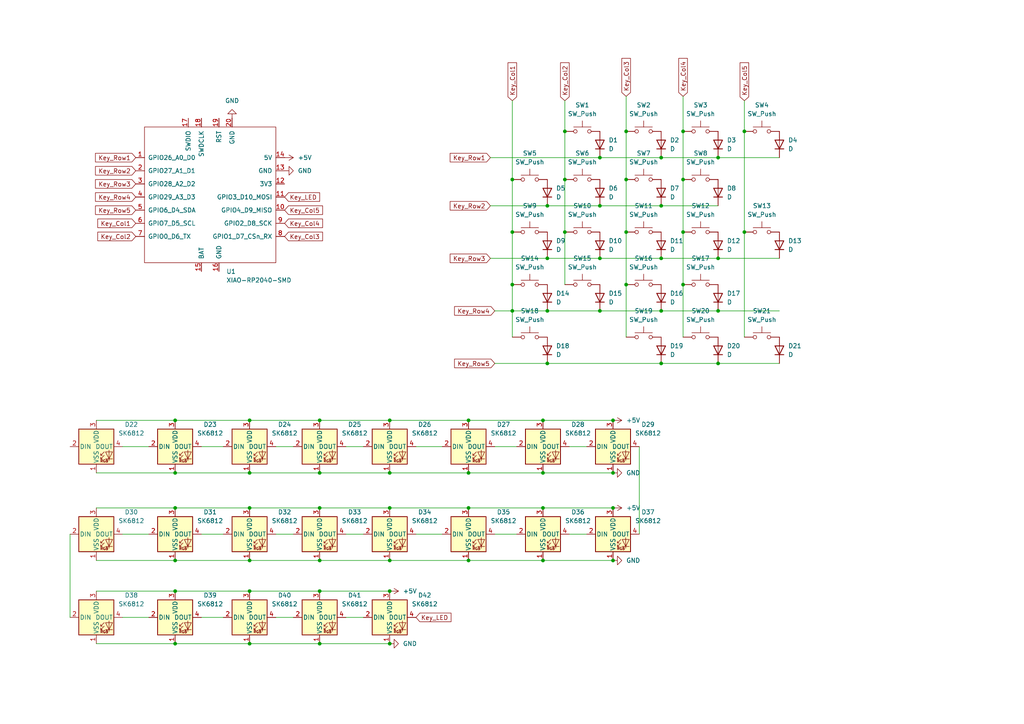
<source format=kicad_sch>
(kicad_sch (version 20250114) (generator "eeschema") (generator_version "9.0")
  (paper "A4")
  (lib_symbols
    (symbol "Device:D" (pin_numbers (hide yes)) (pin_names (offset 1.016) (hide yes))
      (property "Reference" "D" (at 0 2.54 0))
      (property "Value" "D" (at 0 -2.54 0))
      (symbol "D_0_1"
        (polyline (pts (xy -1.27 1.27) (xy -1.27 -1.27)) (stroke (width 0.254)))
        (polyline (pts (xy 1.27 1.27) (xy 1.27 -1.27) (xy -1.27 0) (xy 1.27 1.27)) (stroke (width 0.254)))
        (polyline (pts (xy 1.27 0) (xy -1.27 0)))
      )
      (symbol "D_1_1"
        (pin passive line (at -3.81 0 0) (length 2.54) (name "K") (number "1"))
        (pin passive line (at 3.81 0 180) (length 2.54) (name "A") (number "2"))
      )
    )
    (symbol "LED:SK6812" (pin_names (offset 0.254))
      (property "Reference" "D" (at 5.08 5.715 0))
      (property "Value" "SK6812" (at 1.27 -5.715 0))
      (symbol "SK6812_0_0"
        (text "RGB" (at 2.286 -4.191 0) (effects (font (size 0.762 0.762))))
      )
      (symbol "SK6812_0_1"
        (polyline (pts (xy 1.27 -2.54) (xy 1.778 -2.54)))
        (polyline (pts (xy 1.27 -3.556) (xy 1.778 -3.556)))
        (polyline (pts (xy 2.286 -1.524) (xy 1.27 -2.54) (xy 1.27 -2.032)))
        (polyline (pts (xy 2.286 -2.54) (xy 1.27 -3.556) (xy 1.27 -3.048)))
        (polyline (pts (xy 3.683 -1.016) (xy 3.683 -3.556) (xy 3.683 -4.064)))
        (polyline (pts (xy 4.699 -1.524) (xy 2.667 -1.524) (xy 3.683 -3.556) (xy 4.699 -1.524)))
        (polyline (pts (xy 4.699 -3.556) (xy 2.667 -3.556)))
        (rectangle (start 5.08 5.08) (end -5.08 -5.08) (stroke (width 0.254)) (fill (type background)))
      )
      (symbol "SK6812_1_1"
        (pin input line (at -7.62 0 0) (length 2.54) (name "DIN") (number "2"))
        (pin power_in line (at 0 7.62 270) (length 2.54) (name "VDD") (number "3"))
        (pin power_in line (at 0 -7.62 90) (length 2.54) (name "VSS") (number "1"))
        (pin output line (at 7.62 0 180) (length 2.54) (name "DOUT") (number "4"))
      )
    )
    (symbol "Seeed_Studio_XIAO_Series:XIAO-RP2040-SMD" (pin_names (offset 1.016))
      (property "Reference" "U" (at -18.542 23.114 0))
      (property "Value" "XIAO-RP2040-SMD" (at -8.382 21.336 0))
      (symbol "XIAO-RP2040-SMD_0_1"
        (rectangle (start 19.05 -19.05) (end -19.05 20.32))
      )
      (symbol "XIAO-RP2040-SMD_1_1"
        (pin passive line (at -21.59 11.43 0) (length 2.54) (name "GPIO26_A0_D0") (number "1"))
        (pin passive line (at -21.59 7.62 0) (length 2.54) (name "GPIO27_A1_D1") (number "2"))
        (pin passive line (at -21.59 3.81 0) (length 2.54) (name "GPIO28_A2_D2") (number "3"))
        (pin passive line (at -21.59 0 0) (length 2.54) (name "GPIO29_A3_D3") (number "4"))
        (pin passive line (at -21.59 -3.81 0) (length 2.54) (name "GPIO6_D4_SDA") (number "5"))
        (pin passive line (at -21.59 -7.62 0) (length 2.54) (name "GPIO7_D5_SCL") (number "6"))
        (pin passive line (at -21.59 -11.43 0) (length 2.54) (name "GPIO0_D6_TX") (number "7"))
        (pin passive line (at -6.35 22.86 270) (length 2.54) (name "SWDIO") (number "17"))
        (pin passive line (at -2.54 22.86 270) (length 2.54) (name "SWDCLK") (number "18"))
        (pin passive line (at -2.54 -21.59 90) (length 2.54) (name "BAT") (number "15"))
        (pin passive line (at 2.54 22.86 270) (length 2.54) (name "RST") (number "19"))
        (pin passive line (at 2.54 -21.59 90) (length 2.54) (name "GND") (number "16"))
        (pin passive line (at 6.35 22.86 270) (length 2.54) (name "GND") (number "20"))
        (pin passive line (at 21.59 11.43 180) (length 2.54) (name "5V") (number "14"))
        (pin passive line (at 21.59 7.62 180) (length 2.54) (name "GND") (number "13"))
        (pin passive line (at 21.59 3.81 180) (length 2.54) (name "3V3") (number "12"))
        (pin passive line (at 21.59 0 180) (length 2.54) (name "GPIO3_D10_MOSI") (number "11"))
        (pin passive line (at 21.59 -3.81 180) (length 2.54) (name "GPIO4_D9_MISO") (number "10"))
        (pin passive line (at 21.59 -7.62 180) (length 2.54) (name "GPIO2_D8_SCK") (number "9"))
        (pin passive line (at 21.59 -11.43 180) (length 2.54) (name "GPIO1_D7_CSn_RX") (number "8"))
      )
    )
    (symbol "Switch:SW_Push" (pin_numbers (hide yes)) (pin_names (offset 1.016) (hide yes))
      (property "Reference" "SW" (at 1.27 2.54 0))
      (property "Value" "SW_Push" (at 0 -1.524 0))
      (symbol "SW_Push_0_1"
        (circle (center -2.032 0) (radius 0.508))
        (polyline (pts (xy 0 1.27) (xy 0 3.048)))
        (circle (center 2.032 0) (radius 0.508))
        (polyline (pts (xy 2.54 1.27) (xy -2.54 1.27)))
        (pin passive line (at -5.08 0 0) (length 2.54) (name "1") (number "1"))
        (pin passive line (at 5.08 0 180) (length 2.54) (name "2") (number "2"))
      )
    )
    (symbol "power:+5V" (power) (pin_numbers (hide yes)) (pin_names (offset 0) (hide yes))
      (property "Value" "+5V" (at 0 3.556 0))
      (symbol "+5V_0_1"
        (polyline (pts (xy -0.762 1.27) (xy 0 2.54)))
        (polyline (pts (xy 0 2.54) (xy 0.762 1.27)))
        (polyline (pts (xy 0 0) (xy 0 2.54)))
      )
      (symbol "+5V_1_1"
        (pin power_in line (at 0 0 90) (length 0) (name "~") (number "1"))
      )
    )
    (symbol "power:GND" (power) (pin_numbers (hide yes)) (pin_names (offset 0) (hide yes))
      (property "Value" "GND" (at 0 -3.81 0))
      (symbol "GND_0_1"
        (polyline (pts (xy 0 0) (xy 0 -1.27) (xy 1.27 -1.27) (xy 0 -2.54) (xy -1.27 -1.27) (xy 0 -1.27)))
      )
      (symbol "GND_1_1"
        (pin power_in line (at 0 0 270) (length 0) (name "~") (number "1"))
      )
    )
  )
  (junction (at 215.9 67.31))
  (junction (at 148.59 90.17))
  (junction (at 50.8 171.45))
  (junction (at 177.8 162.56))
  (junction (at 50.8 137.16))
  (junction (at 173.99 59.69))
  (junction (at 148.59 52.07))
  (junction (at 135.89 121.92))
  (junction (at 113.03 186.69))
  (junction (at 113.03 121.92))
  (junction (at 113.03 162.56))
  (junction (at 135.89 137.16))
  (junction (at 177.8 137.16))
  (junction (at 163.83 38.1))
  (junction (at 158.75 59.69))
  (junction (at 158.75 74.93))
  (junction (at 177.8 147.32))
  (junction (at 92.71 121.92))
  (junction (at 191.77 105.41))
  (junction (at 163.83 67.31))
  (junction (at 198.12 67.31))
  (junction (at 157.48 162.56))
  (junction (at 113.03 137.16))
  (junction (at 92.71 147.32))
  (junction (at 177.8 121.92))
  (junction (at 72.39 137.16))
  (junction (at 173.99 45.72))
  (junction (at 92.71 171.45))
  (junction (at 157.48 121.92))
  (junction (at 191.77 59.69))
  (junction (at 208.28 45.72))
  (junction (at 198.12 52.07))
  (junction (at 181.61 52.07))
  (junction (at 158.75 90.17))
  (junction (at 113.03 147.32))
  (junction (at 72.39 171.45))
  (junction (at 50.8 186.69))
  (junction (at 135.89 162.56))
  (junction (at 173.99 90.17))
  (junction (at 215.9 38.1))
  (junction (at 50.8 121.92))
  (junction (at 135.89 147.32))
  (junction (at 181.61 38.1))
  (junction (at 148.59 67.31))
  (junction (at 148.59 82.55))
  (junction (at 92.71 162.56))
  (junction (at 208.28 105.41))
  (junction (at 198.12 38.1))
  (junction (at 92.71 186.69))
  (junction (at 158.75 105.41))
  (junction (at 72.39 121.92))
  (junction (at 92.71 137.16))
  (junction (at 198.12 82.55))
  (junction (at 113.03 171.45))
  (junction (at 181.61 82.55))
  (junction (at 191.77 90.17))
  (junction (at 157.48 137.16))
  (junction (at 191.77 74.93))
  (junction (at 208.28 90.17))
  (junction (at 72.39 186.69))
  (junction (at 163.83 52.07))
  (junction (at 50.8 162.56))
  (junction (at 72.39 147.32))
  (junction (at 208.28 74.93))
  (junction (at 173.99 74.93))
  (junction (at 191.77 45.72))
  (junction (at 72.39 162.56))
  (junction (at 50.8 147.32))
  (junction (at 157.48 147.32))
  (junction (at 181.61 67.31))
  (wire (pts (xy 191.77 59.69) (xy 208.28 59.69)))
  (wire (pts (xy 27.94 147.32) (xy 50.8 147.32)))
  (wire (pts (xy 113.03 137.16) (xy 135.89 137.16)))
  (wire (pts (xy 158.75 105.41) (xy 191.77 105.41)))
  (wire (pts (xy 80.01 179.07) (xy 85.09 179.07)))
  (wire (pts (xy 158.75 90.17) (xy 173.99 90.17)))
  (wire (pts (xy 198.12 82.55) (xy 198.12 97.79)))
  (wire (pts (xy 92.71 121.92) (xy 113.03 121.92)))
  (wire (pts (xy 92.71 186.69) (xy 113.03 186.69)))
  (wire (pts (xy 20.32 154.94) (xy 20.32 179.07)))
  (wire (pts (xy 198.12 52.07) (xy 198.12 67.31)))
  (wire (pts (xy 50.8 186.69) (xy 72.39 186.69)))
  (wire (pts (xy 135.89 162.56) (xy 157.48 162.56)))
  (wire (pts (xy 35.56 154.94) (xy 43.18 154.94)))
  (wire (pts (xy 185.42 129.54) (xy 185.42 154.94)))
  (wire (pts (xy 157.48 162.56) (xy 177.8 162.56)))
  (wire (pts (xy 208.28 45.72) (xy 226.06 45.72)))
  (wire (pts (xy 181.61 67.31) (xy 181.61 82.55)))
  (wire (pts (xy 100.33 154.94) (xy 105.41 154.94)))
  (wire (pts (xy 198.12 38.1) (xy 198.12 52.07)))
  (wire (pts (xy 135.89 121.92) (xy 157.48 121.92)))
  (wire (pts (xy 58.42 154.94) (xy 64.77 154.94)))
  (wire (pts (xy 80.01 129.54) (xy 85.09 129.54)))
  (wire (pts (xy 163.83 38.1) (xy 163.83 52.07)))
  (wire (pts (xy 27.94 171.45) (xy 50.8 171.45)))
  (wire (pts (xy 173.99 74.93) (xy 191.77 74.93)))
  (wire (pts (xy 142.24 59.69) (xy 158.75 59.69)))
  (wire (pts (xy 191.77 74.93) (xy 208.28 74.93)))
  (wire (pts (xy 27.94 137.16) (xy 50.8 137.16)))
  (wire (pts (xy 120.65 129.54) (xy 128.27 129.54)))
  (wire (pts (xy 72.39 162.56) (xy 92.71 162.56)))
  (wire (pts (xy 208.28 74.93) (xy 226.06 74.93)))
  (wire (pts (xy 157.48 121.92) (xy 177.8 121.92)))
  (wire (pts (xy 92.71 162.56) (xy 113.03 162.56)))
  (wire (pts (xy 80.01 154.94) (xy 85.09 154.94)))
  (wire (pts (xy 157.48 137.16) (xy 177.8 137.16)))
  (wire (pts (xy 191.77 45.72) (xy 208.28 45.72)))
  (wire (pts (xy 50.8 137.16) (xy 72.39 137.16)))
  (wire (pts (xy 148.59 90.17) (xy 148.59 97.79)))
  (wire (pts (xy 50.8 121.92) (xy 72.39 121.92)))
  (wire (pts (xy 92.71 171.45) (xy 113.03 171.45)))
  (wire (pts (xy 143.51 129.54) (xy 149.86 129.54)))
  (wire (pts (xy 50.8 162.56) (xy 72.39 162.56)))
  (wire (pts (xy 143.51 105.41) (xy 158.75 105.41)))
  (wire (pts (xy 158.75 90.17) (xy 148.59 90.17)))
  (wire (pts (xy 35.56 179.07) (xy 43.18 179.07)))
  (wire (pts (xy 35.56 129.54) (xy 43.18 129.54)))
  (wire (pts (xy 148.59 67.31) (xy 148.59 82.55)))
  (wire (pts (xy 113.03 147.32) (xy 135.89 147.32)))
  (wire (pts (xy 191.77 90.17) (xy 208.28 90.17)))
  (wire (pts (xy 198.12 27.94) (xy 198.12 38.1)))
  (wire (pts (xy 92.71 147.32) (xy 113.03 147.32)))
  (wire (pts (xy 72.39 171.45) (xy 92.71 171.45)))
  (wire (pts (xy 215.9 29.21) (xy 215.9 38.1)))
  (wire (pts (xy 72.39 147.32) (xy 92.71 147.32)))
  (wire (pts (xy 208.28 90.17) (xy 226.06 90.17)))
  (wire (pts (xy 208.28 105.41) (xy 226.06 105.41)))
  (wire (pts (xy 165.1 154.94) (xy 170.18 154.94)))
  (wire (pts (xy 181.61 52.07) (xy 181.61 67.31)))
  (wire (pts (xy 72.39 186.69) (xy 92.71 186.69)))
  (wire (pts (xy 181.61 82.55) (xy 181.61 97.79)))
  (wire (pts (xy 113.03 121.92) (xy 135.89 121.92)))
  (wire (pts (xy 165.1 129.54) (xy 170.18 129.54)))
  (wire (pts (xy 163.83 67.31) (xy 163.83 82.55)))
  (wire (pts (xy 173.99 90.17) (xy 191.77 90.17)))
  (wire (pts (xy 92.71 137.16) (xy 113.03 137.16)))
  (wire (pts (xy 157.48 147.32) (xy 177.8 147.32)))
  (wire (pts (xy 27.94 121.92) (xy 50.8 121.92)))
  (wire (pts (xy 173.99 45.72) (xy 191.77 45.72)))
  (wire (pts (xy 143.51 90.17) (xy 148.59 90.17)))
  (wire (pts (xy 58.42 179.07) (xy 64.77 179.07)))
  (wire (pts (xy 181.61 38.1) (xy 181.61 52.07)))
  (wire (pts (xy 198.12 67.31) (xy 198.12 82.55)))
  (wire (pts (xy 181.61 27.94) (xy 181.61 38.1)))
  (wire (pts (xy 120.65 154.94) (xy 128.27 154.94)))
  (wire (pts (xy 148.59 29.21) (xy 148.59 52.07)))
  (wire (pts (xy 58.42 129.54) (xy 64.77 129.54)))
  (wire (pts (xy 158.75 59.69) (xy 173.99 59.69)))
  (wire (pts (xy 163.83 29.21) (xy 163.83 38.1)))
  (wire (pts (xy 135.89 147.32) (xy 157.48 147.32)))
  (wire (pts (xy 148.59 90.17) (xy 148.59 82.55)))
  (wire (pts (xy 158.75 74.93) (xy 173.99 74.93)))
  (wire (pts (xy 72.39 137.16) (xy 92.71 137.16)))
  (wire (pts (xy 142.24 74.93) (xy 158.75 74.93)))
  (wire (pts (xy 100.33 129.54) (xy 105.41 129.54)))
  (wire (pts (xy 173.99 59.69) (xy 191.77 59.69)))
  (wire (pts (xy 143.51 154.94) (xy 149.86 154.94)))
  (wire (pts (xy 72.39 121.92) (xy 92.71 121.92)))
  (wire (pts (xy 27.94 162.56) (xy 50.8 162.56)))
  (wire (pts (xy 148.59 52.07) (xy 148.59 67.31)))
  (wire (pts (xy 27.94 186.69) (xy 50.8 186.69)))
  (wire (pts (xy 215.9 38.1) (xy 215.9 67.31)))
  (wire (pts (xy 50.8 147.32) (xy 72.39 147.32)))
  (wire (pts (xy 163.83 52.07) (xy 163.83 67.31)))
  (wire (pts (xy 191.77 105.41) (xy 208.28 105.41)))
  (wire (pts (xy 215.9 67.31) (xy 215.9 97.79)))
  (wire (pts (xy 135.89 137.16) (xy 157.48 137.16)))
  (wire (pts (xy 100.33 179.07) (xy 105.41 179.07)))
  (wire (pts (xy 142.24 45.72) (xy 173.99 45.72)))
  (wire (pts (xy 113.03 162.56) (xy 135.89 162.56)))
  (wire (pts (xy 50.8 171.45) (xy 72.39 171.45)))
  (global_label "Key_LED" (shape input) (at 120.65 179.07 0) (property "Intersheetrefs" "${INTERSHEET_REFS}" (effects (hide yes))))
  (global_label "Key_Col5" (shape input) (at 82.55 60.96 0) (property "Intersheetrefs" "${INTERSHEET_REFS}" (effects (hide yes))))
  (global_label "Key_Row2" (shape input) (at 39.37 49.53 180) (property "Intersheetrefs" "${INTERSHEET_REFS}" (effects (hide yes))))
  (global_label "Key_Col2" (shape input) (at 39.37 68.58 180) (property "Intersheetrefs" "${INTERSHEET_REFS}" (effects (hide yes))))
  (global_label "Key_Col2" (shape input) (at 163.83 29.21 90) (property "Intersheetrefs" "${INTERSHEET_REFS}" (effects (hide yes))))
  (global_label "Key_Col4" (shape input) (at 82.55 64.77 0) (property "Intersheetrefs" "${INTERSHEET_REFS}" (effects (hide yes))))
  (global_label "Key_Row3" (shape input) (at 39.37 53.34 180) (property "Intersheetrefs" "${INTERSHEET_REFS}" (effects (hide yes))))
  (global_label "Key_Col4" (shape input) (at 198.12 27.94 90) (property "Intersheetrefs" "${INTERSHEET_REFS}" (effects (hide yes))))
  (global_label "Key_Row1" (shape input) (at 39.37 45.72 180) (property "Intersheetrefs" "${INTERSHEET_REFS}" (effects (hide yes))))
  (global_label "Key_Col3" (shape input) (at 82.55 68.58 0) (property "Intersheetrefs" "${INTERSHEET_REFS}" (effects (hide yes))))
  (global_label "Key_Row1" (shape input) (at 142.24 45.72 180) (property "Intersheetrefs" "${INTERSHEET_REFS}" (effects (hide yes))))
  (global_label "Key_Col3" (shape input) (at 181.61 27.94 90) (property "Intersheetrefs" "${INTERSHEET_REFS}" (effects (hide yes))))
  (global_label "Key_LED" (shape input) (at 82.55 57.15 0) (property "Intersheetrefs" "${INTERSHEET_REFS}" (effects (hide yes))))
  (global_label "Key_Col1" (shape input) (at 39.37 64.77 180) (property "Intersheetrefs" "${INTERSHEET_REFS}" (effects (hide yes))))
  (global_label "Key_Row5" (shape input) (at 39.37 60.96 180) (property "Intersheetrefs" "${INTERSHEET_REFS}" (effects (hide yes))))
  (global_label "Key_Row5" (shape input) (at 143.51 105.41 180) (property "Intersheetrefs" "${INTERSHEET_REFS}" (effects (hide yes))))
  (global_label "Key_Row3" (shape input) (at 142.24 74.93 180) (property "Intersheetrefs" "${INTERSHEET_REFS}" (effects (hide yes))))
  (global_label "Key_Col1" (shape input) (at 148.59 29.21 90) (property "Intersheetrefs" "${INTERSHEET_REFS}" (effects (hide yes))))
  (global_label "Key_Row4" (shape input) (at 39.37 57.15 180) (property "Intersheetrefs" "${INTERSHEET_REFS}" (effects (hide yes))))
  (global_label "Key_Row4" (shape input) (at 143.51 90.17 180) (property "Intersheetrefs" "${INTERSHEET_REFS}" (effects (hide yes))))
  (global_label "Key_Row2" (shape input) (at 142.24 59.69 180) (property "Intersheetrefs" "${INTERSHEET_REFS}" (effects (hide yes))))
  (global_label "Key_Col5" (shape input) (at 215.9 29.21 90) (property "Intersheetrefs" "${INTERSHEET_REFS}" (effects (hide yes))))
  (symbol (lib_id "Switch:SW_Push") (at 220.98 67.31 0) (unit 1)
    (property "Reference" "SW13" (at 220.98 59.69 0))
    (property "Value" "SW_Push" (at 220.98 62.23 0))
    (property "Footprint" "key-switches.pretty-main:SW_Gateron_LowProfile_HotSwap_PTH" (effects (hide yes)))
    (property "Description" "Push button switch, generic, two pins" (effects (hide yes)))
  )
  (symbol (lib_id "LED:SK6812") (at 92.71 129.54 0) (unit 1)
    (property "Reference" "D25" (at 102.87 123.1198 0))
    (property "Value" "SK6812" (at 102.87 125.6598 0))
    (property "Footprint" "LED_SMD:LED_SK6812_PLCC4_5.0x5.0mm_P3.2mm" (effects (hide yes)))
    (property "Datasheet" "https://cdn-shop.adafruit.com/product-files/1138/SK6812+LED+datasheet+.pdf" (effects (hide yes)))
    (property "Description" "RGB LED with integrated controller" (effects (hide yes)))
  )
  (symbol (lib_id "Switch:SW_Push") (at 153.67 67.31 0) (unit 1)
    (property "Reference" "SW9" (at 153.67 59.69 0))
    (property "Value" "SW_Push" (at 153.67 62.23 0))
    (property "Footprint" "key-switches.pretty-main:SW_Gateron_LowProfile_HotSwap_PTH" (effects (hide yes)))
    (property "Description" "Push button switch, generic, two pins" (effects (hide yes)))
  )
  (symbol (lib_id "power:GND") (at 177.8 137.16 90) (unit 1)
    (property "Reference" "#PWR05" (effects (hide yes)))
    (property "Value" "GND" (at 181.61 137.1599 90) (effects (justify right)))
    (property "Description" "Power symbol creates a global label with name \"GND\" , ground" (effects (hide yes)))
  )
  (symbol (lib_id "Device:D") (at 158.75 71.12 90) (unit 1)
    (property "Reference" "D9" (at 161.29 69.8499 90) (effects (justify right)))
    (property "Value" "D" (at 161.29 72.3899 90) (effects (justify right)))
    (property "Footprint" "Diode_SMD:D_SOD-123" (effects (hide yes)))
    (property "Description" "Diode" (effects (hide yes)))
    (property "Sim.Device" "D" (effects (hide yes)))
    (property "Sim.Pins" "1=K 2=A" (effects (hide yes)))
  )
  (symbol (lib_id "Switch:SW_Push") (at 186.69 67.31 0) (unit 1)
    (property "Reference" "SW11" (at 186.69 59.69 0))
    (property "Value" "SW_Push" (at 186.69 62.23 0))
    (property "Footprint" "key-switches.pretty-main:SW_Gateron_LowProfile_HotSwap_PTH" (effects (hide yes)))
    (property "Description" "Push button switch, generic, two pins" (effects (hide yes)))
  )
  (symbol (lib_id "Switch:SW_Push") (at 168.91 52.07 0) (unit 1)
    (property "Reference" "SW6" (at 168.91 44.45 0))
    (property "Value" "SW_Push" (at 168.91 46.99 0))
    (property "Footprint" "key-switches.pretty-main:SW_Gateron_LowProfile_HotSwap_PTH" (effects (hide yes)))
    (property "Description" "Push button switch, generic, two pins" (effects (hide yes)))
  )
  (symbol (lib_id "LED:SK6812") (at 135.89 154.94 0) (unit 1)
    (property "Reference" "D35" (at 146.05 148.5198 0))
    (property "Value" "SK6812" (at 146.05 151.0598 0))
    (property "Footprint" "LED_SMD:LED_SK6812_PLCC4_5.0x5.0mm_P3.2mm" (effects (hide yes)))
    (property "Datasheet" "https://cdn-shop.adafruit.com/product-files/1138/SK6812+LED+datasheet+.pdf" (effects (hide yes)))
    (property "Description" "RGB LED with integrated controller" (effects (hide yes)))
  )
  (symbol (lib_id "Device:D") (at 191.77 101.6 90) (unit 1)
    (property "Reference" "D19" (at 194.31 100.3299 90) (effects (justify right)))
    (property "Value" "D" (at 194.31 102.8699 90) (effects (justify right)))
    (property "Footprint" "Diode_SMD:D_SOD-123" (effects (hide yes)))
    (property "Description" "Diode" (effects (hide yes)))
    (property "Sim.Device" "D" (effects (hide yes)))
    (property "Sim.Pins" "1=K 2=A" (effects (hide yes)))
  )
  (symbol (lib_id "LED:SK6812") (at 113.03 129.54 0) (unit 1)
    (property "Reference" "D26" (at 123.19 123.1198 0))
    (property "Value" "SK6812" (at 123.19 125.6598 0))
    (property "Footprint" "LED_SMD:LED_SK6812_PLCC4_5.0x5.0mm_P3.2mm" (effects (hide yes)))
    (property "Datasheet" "https://cdn-shop.adafruit.com/product-files/1138/SK6812+LED+datasheet+.pdf" (effects (hide yes)))
    (property "Description" "RGB LED with integrated controller" (effects (hide yes)))
  )
  (symbol (lib_id "Device:D") (at 158.75 55.88 90) (unit 1)
    (property "Reference" "D5" (at 161.29 54.6099 90) (effects (justify right)))
    (property "Value" "D" (at 161.29 57.1499 90) (effects (justify right)))
    (property "Footprint" "Diode_SMD:D_SOD-123" (effects (hide yes)))
    (property "Description" "Diode" (effects (hide yes)))
    (property "Sim.Device" "D" (effects (hide yes)))
    (property "Sim.Pins" "1=K 2=A" (effects (hide yes)))
  )
  (symbol (lib_id "Device:D") (at 173.99 86.36 90) (unit 1)
    (property "Reference" "D15" (at 176.53 85.0899 90) (effects (justify right)))
    (property "Value" "D" (at 176.53 87.6299 90) (effects (justify right)))
    (property "Footprint" "Diode_SMD:D_SOD-123" (effects (hide yes)))
    (property "Description" "Diode" (effects (hide yes)))
    (property "Sim.Device" "D" (effects (hide yes)))
    (property "Sim.Pins" "1=K 2=A" (effects (hide yes)))
  )
  (symbol (lib_id "Device:D") (at 226.06 71.12 90) (unit 1)
    (property "Reference" "D13" (at 228.6 69.8499 90) (effects (justify right)))
    (property "Value" "D" (at 228.6 72.3899 90) (effects (justify right)))
    (property "Footprint" "Diode_SMD:D_SOD-123" (effects (hide yes)))
    (property "Description" "Diode" (effects (hide yes)))
    (property "Sim.Device" "D" (effects (hide yes)))
    (property "Sim.Pins" "1=K 2=A" (effects (hide yes)))
  )
  (symbol (lib_id "LED:SK6812") (at 50.8 129.54 0) (unit 1)
    (property "Reference" "D23" (at 60.96 123.1198 0))
    (property "Value" "SK6812" (at 60.96 125.6598 0))
    (property "Footprint" "LED_SMD:LED_SK6812_PLCC4_5.0x5.0mm_P3.2mm" (effects (hide yes)))
    (property "Datasheet" "https://cdn-shop.adafruit.com/product-files/1138/SK6812+LED+datasheet+.pdf" (effects (hide yes)))
    (property "Description" "RGB LED with integrated controller" (effects (hide yes)))
  )
  (symbol (lib_id "Switch:SW_Push") (at 153.67 52.07 0) (unit 1)
    (property "Reference" "SW5" (at 153.67 44.45 0))
    (property "Value" "SW_Push" (at 153.67 46.99 0))
    (property "Footprint" "key-switches.pretty-main:SW_Gateron_LowProfile_HotSwap_PTH" (effects (hide yes)))
    (property "Description" "Push button switch, generic, two pins" (effects (hide yes)))
  )
  (symbol (lib_id "LED:SK6812") (at 72.39 154.94 0) (unit 1)
    (property "Reference" "D32" (at 82.55 148.5198 0))
    (property "Value" "SK6812" (at 82.55 151.0598 0))
    (property "Footprint" "LED_SMD:LED_SK6812_PLCC4_5.0x5.0mm_P3.2mm" (effects (hide yes)))
    (property "Datasheet" "https://cdn-shop.adafruit.com/product-files/1138/SK6812+LED+datasheet+.pdf" (effects (hide yes)))
    (property "Description" "RGB LED with integrated controller" (effects (hide yes)))
  )
  (symbol (lib_id "Device:D") (at 173.99 41.91 90) (unit 1)
    (property "Reference" "D1" (at 176.53 40.6399 90) (effects (justify right)))
    (property "Value" "D" (at 176.53 43.1799 90) (effects (justify right)))
    (property "Footprint" "Diode_SMD:D_SOD-123" (effects (hide yes)))
    (property "Description" "Diode" (effects (hide yes)))
    (property "Sim.Device" "D" (effects (hide yes)))
    (property "Sim.Pins" "1=K 2=A" (effects (hide yes)))
  )
  (symbol (lib_id "Device:D") (at 208.28 55.88 90) (unit 1)
    (property "Reference" "D8" (at 210.82 54.6099 90) (effects (justify right)))
    (property "Value" "D" (at 210.82 57.1499 90) (effects (justify right)))
    (property "Footprint" "Diode_SMD:D_SOD-123" (effects (hide yes)))
    (property "Description" "Diode" (effects (hide yes)))
    (property "Sim.Device" "D" (effects (hide yes)))
    (property "Sim.Pins" "1=K 2=A" (effects (hide yes)))
  )
  (symbol (lib_id "Switch:SW_Push") (at 203.2 82.55 0) (unit 1)
    (property "Reference" "SW17" (at 203.2 74.93 0))
    (property "Value" "SW_Push" (at 203.2 77.47 0))
    (property "Footprint" "key-switches.pretty-main:SW_Gateron_LowProfile_HotSwap_PTH" (effects (hide yes)))
    (property "Description" "Push button switch, generic, two pins" (effects (hide yes)))
  )
  (symbol (lib_id "LED:SK6812") (at 72.39 179.07 0) (unit 1)
    (property "Reference" "D40" (at 82.55 172.6498 0))
    (property "Value" "SK6812" (at 82.55 175.1898 0))
    (property "Footprint" "LED_SMD:LED_SK6812_PLCC4_5.0x5.0mm_P3.2mm" (effects (hide yes)))
    (property "Datasheet" "https://cdn-shop.adafruit.com/product-files/1138/SK6812+LED+datasheet+.pdf" (effects (hide yes)))
    (property "Description" "RGB LED with integrated controller" (effects (hide yes)))
  )
  (symbol (lib_id "Device:D") (at 226.06 41.91 90) (unit 1)
    (property "Reference" "D4" (at 228.6 40.6399 90) (effects (justify right)))
    (property "Value" "D" (at 228.6 43.1799 90) (effects (justify right)))
    (property "Footprint" "Diode_SMD:D_SOD-123" (effects (hide yes)))
    (property "Description" "Diode" (effects (hide yes)))
    (property "Sim.Device" "D" (effects (hide yes)))
    (property "Sim.Pins" "1=K 2=A" (effects (hide yes)))
  )
  (symbol (lib_id "LED:SK6812") (at 135.89 129.54 0) (unit 1)
    (property "Reference" "D27" (at 146.05 123.1198 0))
    (property "Value" "SK6812" (at 146.05 125.6598 0))
    (property "Footprint" "LED_SMD:LED_SK6812_PLCC4_5.0x5.0mm_P3.2mm" (effects (hide yes)))
    (property "Datasheet" "https://cdn-shop.adafruit.com/product-files/1138/SK6812+LED+datasheet+.pdf" (effects (hide yes)))
    (property "Description" "RGB LED with integrated controller" (effects (hide yes)))
  )
  (symbol (lib_id "Device:D") (at 208.28 41.91 90) (unit 1)
    (property "Reference" "D3" (at 210.82 40.6399 90) (effects (justify right)))
    (property "Value" "D" (at 210.82 43.1799 90) (effects (justify right)))
    (property "Footprint" "Diode_SMD:D_SOD-123" (effects (hide yes)))
    (property "Description" "Diode" (effects (hide yes)))
    (property "Sim.Device" "D" (effects (hide yes)))
    (property "Sim.Pins" "1=K 2=A" (effects (hide yes)))
  )
  (symbol (lib_id "power:+5V") (at 177.8 121.92 270) (unit 1)
    (property "Reference" "#PWR04" (effects (hide yes)))
    (property "Value" "+5V" (at 181.61 121.9199 90) (effects (justify left)))
    (property "Description" "Power symbol creates a global label with name \"+5V\"" (effects (hide yes)))
  )
  (symbol (lib_id "LED:SK6812") (at 157.48 129.54 0) (unit 1)
    (property "Reference" "D28" (at 167.64 123.1198 0))
    (property "Value" "SK6812" (at 167.64 125.6598 0))
    (property "Footprint" "LED_SMD:LED_SK6812_PLCC4_5.0x5.0mm_P3.2mm" (effects (hide yes)))
    (property "Datasheet" "https://cdn-shop.adafruit.com/product-files/1138/SK6812+LED+datasheet+.pdf" (effects (hide yes)))
    (property "Description" "RGB LED with integrated controller" (effects (hide yes)))
  )
  (symbol (lib_id "Switch:SW_Push") (at 220.98 97.79 0) (unit 1)
    (property "Reference" "SW21" (at 220.98 90.17 0))
    (property "Value" "SW_Push" (at 220.98 92.71 0))
    (property "Footprint" "key-switches.pretty-main:SW_Gateron_LowProfile_HotSwap_PTH" (effects (hide yes)))
    (property "Description" "Push button switch, generic, two pins" (effects (hide yes)))
  )
  (symbol (lib_id "LED:SK6812") (at 113.03 179.07 0) (unit 1)
    (property "Reference" "D42" (at 123.19 172.6498 0))
    (property "Value" "SK6812" (at 123.19 175.1898 0))
    (property "Footprint" "LED_SMD:LED_SK6812_PLCC4_5.0x5.0mm_P3.2mm" (effects (hide yes)))
    (property "Datasheet" "https://cdn-shop.adafruit.com/product-files/1138/SK6812+LED+datasheet+.pdf" (effects (hide yes)))
    (property "Description" "RGB LED with integrated controller" (effects (hide yes)))
  )
  (symbol (lib_id "power:GND") (at 67.31 34.29 180) (unit 1)
    (property "Reference" "#PWR01" (effects (hide yes)))
    (property "Value" "GND" (at 67.31 29.21 0))
    (property "Description" "Power symbol creates a global label with name \"GND\" , ground" (effects (hide yes)))
  )
  (symbol (lib_id "Switch:SW_Push") (at 186.69 38.1 0) (unit 1)
    (property "Reference" "SW2" (at 186.69 30.48 0))
    (property "Value" "SW_Push" (at 186.69 33.02 0))
    (property "Footprint" "key-switches.pretty-main:SW_Gateron_LowProfile_HotSwap_PTH" (effects (hide yes)))
    (property "Description" "Push button switch, generic, two pins" (effects (hide yes)))
  )
  (symbol (lib_id "Switch:SW_Push") (at 186.69 52.07 0) (unit 1)
    (property "Reference" "SW7" (at 186.69 44.45 0))
    (property "Value" "SW_Push" (at 186.69 46.99 0))
    (property "Footprint" "key-switches.pretty-main:SW_Gateron_LowProfile_HotSwap_PTH" (effects (hide yes)))
    (property "Description" "Push button switch, generic, two pins" (effects (hide yes)))
  )
  (symbol (lib_id "Switch:SW_Push") (at 153.67 97.79 0) (unit 1)
    (property "Reference" "SW18" (at 153.67 90.17 0))
    (property "Value" "SW_Push" (at 153.67 92.71 0))
    (property "Footprint" "key-switches.pretty-main:SW_Gateron_LowProfile_HotSwap_PTH" (effects (hide yes)))
    (property "Description" "Push button switch, generic, two pins" (effects (hide yes)))
  )
  (symbol (lib_id "Device:D") (at 208.28 86.36 90) (unit 1)
    (property "Reference" "D17" (at 210.82 85.0899 90) (effects (justify right)))
    (property "Value" "D" (at 210.82 87.6299 90) (effects (justify right)))
    (property "Footprint" "Diode_SMD:D_SOD-123" (effects (hide yes)))
    (property "Description" "Diode" (effects (hide yes)))
    (property "Sim.Device" "D" (effects (hide yes)))
    (property "Sim.Pins" "1=K 2=A" (effects (hide yes)))
  )
  (symbol (lib_id "power:GND") (at 82.55 49.53 90) (unit 1)
    (property "Reference" "#PWR03" (effects (hide yes)))
    (property "Value" "GND" (at 86.36 49.5299 90) (effects (justify right)))
    (property "Description" "Power symbol creates a global label with name \"GND\" , ground" (effects (hide yes)))
  )
  (symbol (lib_id "LED:SK6812") (at 72.39 129.54 0) (unit 1)
    (property "Reference" "D24" (at 82.55 123.1198 0))
    (property "Value" "SK6812" (at 82.55 125.6598 0))
    (property "Footprint" "LED_SMD:LED_SK6812_PLCC4_5.0x5.0mm_P3.2mm" (effects (hide yes)))
    (property "Datasheet" "https://cdn-shop.adafruit.com/product-files/1138/SK6812+LED+datasheet+.pdf" (effects (hide yes)))
    (property "Description" "RGB LED with integrated controller" (effects (hide yes)))
  )
  (symbol (lib_id "Device:D") (at 191.77 71.12 90) (unit 1)
    (property "Reference" "D11" (at 194.31 69.8499 90) (effects (justify right)))
    (property "Value" "D" (at 194.31 72.3899 90) (effects (justify right)))
    (property "Footprint" "Diode_SMD:D_SOD-123" (effects (hide yes)))
    (property "Description" "Diode" (effects (hide yes)))
    (property "Sim.Device" "D" (effects (hide yes)))
    (property "Sim.Pins" "1=K 2=A" (effects (hide yes)))
  )
  (symbol (lib_id "LED:SK6812") (at 113.03 154.94 0) (unit 1)
    (property "Reference" "D34" (at 123.19 148.5198 0))
    (property "Value" "SK6812" (at 123.19 151.0598 0))
    (property "Footprint" "LED_SMD:LED_SK6812_PLCC4_5.0x5.0mm_P3.2mm" (effects (hide yes)))
    (property "Datasheet" "https://cdn-shop.adafruit.com/product-files/1138/SK6812+LED+datasheet+.pdf" (effects (hide yes)))
    (property "Description" "RGB LED with integrated controller" (effects (hide yes)))
  )
  (symbol (lib_id "LED:SK6812") (at 50.8 154.94 0) (unit 1)
    (property "Reference" "D31" (at 60.96 148.5198 0))
    (property "Value" "SK6812" (at 60.96 151.0598 0))
    (property "Footprint" "LED_SMD:LED_SK6812_PLCC4_5.0x5.0mm_P3.2mm" (effects (hide yes)))
    (property "Datasheet" "https://cdn-shop.adafruit.com/product-files/1138/SK6812+LED+datasheet+.pdf" (effects (hide yes)))
    (property "Description" "RGB LED with integrated controller" (effects (hide yes)))
  )
  (symbol (lib_id "Switch:SW_Push") (at 203.2 97.79 0) (unit 1)
    (property "Reference" "SW20" (at 203.2 90.17 0))
    (property "Value" "SW_Push" (at 203.2 92.71 0))
    (property "Footprint" "key-switches.pretty-main:SW_Gateron_LowProfile_HotSwap_PTH" (effects (hide yes)))
    (property "Description" "Push button switch, generic, two pins" (effects (hide yes)))
  )
  (symbol (lib_id "power:+5V") (at 82.55 45.72 270) (unit 1)
    (property "Reference" "#PWR02" (effects (hide yes)))
    (property "Value" "+5V" (at 86.36 45.7199 90) (effects (justify left)))
    (property "Description" "Power symbol creates a global label with name \"+5V\"" (effects (hide yes)))
  )
  (symbol (lib_id "power:+5V") (at 177.8 147.32 270) (unit 1)
    (property "Reference" "#PWR06" (effects (hide yes)))
    (property "Value" "+5V" (at 181.61 147.3199 90) (effects (justify left)))
    (property "Description" "Power symbol creates a global label with name \"+5V\"" (effects (hide yes)))
  )
  (symbol (lib_id "Device:D") (at 158.75 86.36 90) (unit 1)
    (property "Reference" "D14" (at 161.29 85.0899 90) (effects (justify right)))
    (property "Value" "D" (at 161.29 87.6299 90) (effects (justify right)))
    (property "Footprint" "Diode_SMD:D_SOD-123" (effects (hide yes)))
    (property "Description" "Diode" (effects (hide yes)))
    (property "Sim.Device" "D" (effects (hide yes)))
    (property "Sim.Pins" "1=K 2=A" (effects (hide yes)))
  )
  (symbol (lib_id "Device:D") (at 191.77 86.36 90) (unit 1)
    (property "Reference" "D16" (at 194.31 85.0899 90) (effects (justify right)))
    (property "Value" "D" (at 194.31 87.6299 90) (effects (justify right)))
    (property "Footprint" "Diode_SMD:D_SOD-123" (effects (hide yes)))
    (property "Description" "Diode" (effects (hide yes)))
    (property "Sim.Device" "D" (effects (hide yes)))
    (property "Sim.Pins" "1=K 2=A" (effects (hide yes)))
  )
  (symbol (lib_id "Switch:SW_Push") (at 220.98 38.1 0) (unit 1)
    (property "Reference" "SW4" (at 220.98 30.48 0))
    (property "Value" "SW_Push" (at 220.98 33.02 0))
    (property "Footprint" "key-switches.pretty-main:SW_Gateron_LowProfile_HotSwap_PTH" (effects (hide yes)))
    (property "Description" "Push button switch, generic, two pins" (effects (hide yes)))
  )
  (symbol (lib_id "LED:SK6812") (at 157.48 154.94 0) (unit 1)
    (property "Reference" "D36" (at 167.64 148.5198 0))
    (property "Value" "SK6812" (at 167.64 151.0598 0))
    (property "Footprint" "LED_SMD:LED_SK6812_PLCC4_5.0x5.0mm_P3.2mm" (effects (hide yes)))
    (property "Datasheet" "https://cdn-shop.adafruit.com/product-files/1138/SK6812+LED+datasheet+.pdf" (effects (hide yes)))
    (property "Description" "RGB LED with integrated controller" (effects (hide yes)))
  )
  (symbol (lib_id "LED:SK6812") (at 92.71 154.94 0) (unit 1)
    (property "Reference" "D33" (at 102.87 148.5198 0))
    (property "Value" "SK6812" (at 102.87 151.0598 0))
    (property "Footprint" "LED_SMD:LED_SK6812_PLCC4_5.0x5.0mm_P3.2mm" (effects (hide yes)))
    (property "Datasheet" "https://cdn-shop.adafruit.com/product-files/1138/SK6812+LED+datasheet+.pdf" (effects (hide yes)))
    (property "Description" "RGB LED with integrated controller" (effects (hide yes)))
  )
  (symbol (lib_id "Switch:SW_Push") (at 168.91 38.1 0) (unit 1)
    (property "Reference" "SW1" (at 168.91 30.48 0))
    (property "Value" "SW_Push" (at 168.91 33.02 0))
    (property "Footprint" "key-switches.pretty-main:SW_Gateron_LowProfile_HotSwap_PTH" (effects (hide yes)))
    (property "Description" "Push button switch, generic, two pins" (effects (hide yes)))
  )
  (symbol (lib_id "Device:D") (at 158.75 101.6 90) (unit 1)
    (property "Reference" "D18" (at 161.29 100.3299 90) (effects (justify right)))
    (property "Value" "D" (at 161.29 102.8699 90) (effects (justify right)))
    (property "Footprint" "Diode_SMD:D_SOD-123" (effects (hide yes)))
    (property "Description" "Diode" (effects (hide yes)))
    (property "Sim.Device" "D" (effects (hide yes)))
    (property "Sim.Pins" "1=K 2=A" (effects (hide yes)))
  )
  (symbol (lib_id "Switch:SW_Push") (at 186.69 82.55 0) (unit 1)
    (property "Reference" "SW16" (at 186.69 74.93 0))
    (property "Value" "SW_Push" (at 186.69 77.47 0))
    (property "Footprint" "key-switches.pretty-main:SW_Gateron_LowProfile_HotSwap_PTH" (effects (hide yes)))
    (property "Description" "Push button switch, generic, two pins" (effects (hide yes)))
  )
  (symbol (lib_id "Switch:SW_Push") (at 153.67 82.55 0) (unit 1)
    (property "Reference" "SW14" (at 153.67 74.93 0))
    (property "Value" "SW_Push" (at 153.67 77.47 0))
    (property "Footprint" "key-switches.pretty-main:SW_Gateron_LowProfile_HotSwap_PTH" (effects (hide yes)))
    (property "Description" "Push button switch, generic, two pins" (effects (hide yes)))
  )
  (symbol (lib_id "Device:D") (at 191.77 41.91 90) (unit 1)
    (property "Reference" "D2" (at 194.31 40.6399 90) (effects (justify right)))
    (property "Value" "D" (at 194.31 43.1799 90) (effects (justify right)))
    (property "Footprint" "Diode_SMD:D_SOD-123" (effects (hide yes)))
    (property "Description" "Diode" (effects (hide yes)))
    (property "Sim.Device" "D" (effects (hide yes)))
    (property "Sim.Pins" "1=K 2=A" (effects (hide yes)))
  )
  (symbol (lib_id "Switch:SW_Push") (at 168.91 67.31 0) (unit 1)
    (property "Reference" "SW10" (at 168.91 59.69 0))
    (property "Value" "SW_Push" (at 168.91 62.23 0))
    (property "Footprint" "key-switches.pretty-main:SW_Gateron_LowProfile_HotSwap_PTH" (effects (hide yes)))
    (property "Description" "Push button switch, generic, two pins" (effects (hide yes)))
  )
  (symbol (lib_id "LED:SK6812") (at 27.94 129.54 0) (unit 1)
    (property "Reference" "D22" (at 38.1 123.1198 0))
    (property "Value" "SK6812" (at 38.1 125.6598 0))
    (property "Footprint" "LED_SMD:LED_SK6812_PLCC4_5.0x5.0mm_P3.2mm" (effects (hide yes)))
    (property "Datasheet" "https://cdn-shop.adafruit.com/product-files/1138/SK6812+LED+datasheet+.pdf" (effects (hide yes)))
    (property "Description" "RGB LED with integrated controller" (effects (hide yes)))
  )
  (symbol (lib_id "LED:SK6812") (at 92.71 179.07 0) (unit 1)
    (property "Reference" "D41" (at 102.87 172.6498 0))
    (property "Value" "SK6812" (at 102.87 175.1898 0))
    (property "Footprint" "LED_SMD:LED_SK6812_PLCC4_5.0x5.0mm_P3.2mm" (effects (hide yes)))
    (property "Datasheet" "https://cdn-shop.adafruit.com/product-files/1138/SK6812+LED+datasheet+.pdf" (effects (hide yes)))
    (property "Description" "RGB LED with integrated controller" (effects (hide yes)))
  )
  (symbol (lib_id "Switch:SW_Push") (at 186.69 97.79 0) (unit 1)
    (property "Reference" "SW19" (at 186.69 90.17 0))
    (property "Value" "SW_Push" (at 186.69 92.71 0))
    (property "Footprint" "key-switches.pretty-main:SW_Gateron_LowProfile_HotSwap_PTH" (effects (hide yes)))
    (property "Description" "Push button switch, generic, two pins" (effects (hide yes)))
  )
  (symbol (lib_id "power:GND") (at 113.03 186.69 90) (unit 1)
    (property "Reference" "#PWR09" (effects (hide yes)))
    (property "Value" "GND" (at 116.84 186.6899 90) (effects (justify right)))
    (property "Description" "Power symbol creates a global label with name \"GND\" , ground" (effects (hide yes)))
  )
  (symbol (lib_id "Device:D") (at 208.28 71.12 90) (unit 1)
    (property "Reference" "D12" (at 210.82 69.8499 90) (effects (justify right)))
    (property "Value" "D" (at 210.82 72.3899 90) (effects (justify right)))
    (property "Footprint" "Diode_SMD:D_SOD-123" (effects (hide yes)))
    (property "Description" "Diode" (effects (hide yes)))
    (property "Sim.Device" "D" (effects (hide yes)))
    (property "Sim.Pins" "1=K 2=A" (effects (hide yes)))
  )
  (symbol (lib_id "LED:SK6812") (at 27.94 179.07 0) (unit 1)
    (property "Reference" "D38" (at 38.1 172.6498 0))
    (property "Value" "SK6812" (at 38.1 175.1898 0))
    (property "Footprint" "LED_SMD:LED_SK6812_PLCC4_5.0x5.0mm_P3.2mm" (effects (hide yes)))
    (property "Datasheet" "https://cdn-shop.adafruit.com/product-files/1138/SK6812+LED+datasheet+.pdf" (effects (hide yes)))
    (property "Description" "RGB LED with integrated controller" (effects (hide yes)))
  )
  (symbol (lib_id "Device:D") (at 226.06 101.6 90) (unit 1)
    (property "Reference" "D21" (at 228.6 100.3299 90) (effects (justify right)))
    (property "Value" "D" (at 228.6 102.8699 90) (effects (justify right)))
    (property "Footprint" "Diode_SMD:D_SOD-123" (effects (hide yes)))
    (property "Description" "Diode" (effects (hide yes)))
    (property "Sim.Device" "D" (effects (hide yes)))
    (property "Sim.Pins" "1=K 2=A" (effects (hide yes)))
  )
  (symbol (lib_id "LED:SK6812") (at 177.8 154.94 0) (unit 1)
    (property "Reference" "D37" (at 187.96 148.5198 0))
    (property "Value" "SK6812" (at 187.96 151.0598 0))
    (property "Footprint" "LED_SMD:LED_SK6812_PLCC4_5.0x5.0mm_P3.2mm" (effects (hide yes)))
    (property "Datasheet" "https://cdn-shop.adafruit.com/product-files/1138/SK6812+LED+datasheet+.pdf" (effects (hide yes)))
    (property "Description" "RGB LED with integrated controller" (effects (hide yes)))
  )
  (symbol (lib_id "LED:SK6812") (at 27.94 154.94 0) (unit 1)
    (property "Reference" "D30" (at 38.1 148.5198 0))
    (property "Value" "SK6812" (at 38.1 151.0598 0))
    (property "Footprint" "LED_SMD:LED_SK6812_PLCC4_5.0x5.0mm_P3.2mm" (effects (hide yes)))
    (property "Datasheet" "https://cdn-shop.adafruit.com/product-files/1138/SK6812+LED+datasheet+.pdf" (effects (hide yes)))
    (property "Description" "RGB LED with integrated controller" (effects (hide yes)))
  )
  (symbol (lib_id "power:+5V") (at 113.03 171.45 270) (unit 1)
    (property "Reference" "#PWR08" (effects (hide yes)))
    (property "Value" "+5V" (at 116.84 171.4499 90) (effects (justify left)))
    (property "Description" "Power symbol creates a global label with name \"+5V\"" (effects (hide yes)))
  )
  (symbol (lib_id "Switch:SW_Push") (at 203.2 38.1 0) (unit 1)
    (property "Reference" "SW3" (at 203.2 30.48 0))
    (property "Value" "SW_Push" (at 203.2 33.02 0))
    (property "Footprint" "key-switches.pretty-main:SW_Gateron_LowProfile_HotSwap_PTH" (effects (hide yes)))
    (property "Description" "Push button switch, generic, two pins" (effects (hide yes)))
  )
  (symbol (lib_id "Device:D") (at 191.77 55.88 90) (unit 1)
    (property "Reference" "D7" (at 194.31 54.6099 90) (effects (justify right)))
    (property "Value" "D" (at 194.31 57.1499 90) (effects (justify right)))
    (property "Footprint" "Diode_SMD:D_SOD-123" (effects (hide yes)))
    (property "Description" "Diode" (effects (hide yes)))
    (property "Sim.Device" "D" (effects (hide yes)))
    (property "Sim.Pins" "1=K 2=A" (effects (hide yes)))
  )
  (symbol (lib_id "Switch:SW_Push") (at 168.91 82.55 0) (unit 1)
    (property "Reference" "SW15" (at 168.91 74.93 0))
    (property "Value" "SW_Push" (at 168.91 77.47 0))
    (property "Footprint" "key-switches.pretty-main:SW_Gateron_LowProfile_HotSwap_PTH" (effects (hide yes)))
    (property "Description" "Push button switch, generic, two pins" (effects (hide yes)))
  )
  (symbol (lib_id "power:GND") (at 177.8 162.56 90) (unit 1)
    (property "Reference" "#PWR07" (effects (hide yes)))
    (property "Value" "GND" (at 181.61 162.5599 90) (effects (justify right)))
    (property "Description" "Power symbol creates a global label with name \"GND\" , ground" (effects (hide yes)))
  )
  (symbol (lib_id "LED:SK6812") (at 177.8 129.54 0) (unit 1)
    (property "Reference" "D29" (at 187.96 123.1198 0))
    (property "Value" "SK6812" (at 187.96 125.6598 0))
    (property "Footprint" "LED_SMD:LED_SK6812_PLCC4_5.0x5.0mm_P3.2mm" (effects (hide yes)))
    (property "Datasheet" "https://cdn-shop.adafruit.com/product-files/1138/SK6812+LED+datasheet+.pdf" (effects (hide yes)))
    (property "Description" "RGB LED with integrated controller" (effects (hide yes)))
  )
  (symbol (lib_id "Device:D") (at 173.99 71.12 90) (unit 1)
    (property "Reference" "D10" (at 176.53 69.8499 90) (effects (justify right)))
    (property "Value" "D" (at 176.53 72.3899 90) (effects (justify right)))
    (property "Footprint" "Diode_SMD:D_SOD-123" (effects (hide yes)))
    (property "Description" "Diode" (effects (hide yes)))
    (property "Sim.Device" "D" (effects (hide yes)))
    (property "Sim.Pins" "1=K 2=A" (effects (hide yes)))
  )
  (symbol (lib_id "Device:D") (at 173.99 55.88 90) (unit 1)
    (property "Reference" "D6" (at 176.53 54.6099 90) (effects (justify right)))
    (property "Value" "D" (at 176.53 57.1499 90) (effects (justify right)))
    (property "Footprint" "Diode_SMD:D_SOD-123" (effects (hide yes)))
    (property "Description" "Diode" (effects (hide yes)))
    (property "Sim.Device" "D" (effects (hide yes)))
    (property "Sim.Pins" "1=K 2=A" (effects (hide yes)))
  )
  (symbol (lib_id "Seeed_Studio_XIAO_Series:XIAO-RP2040-SMD") (at 60.96 57.15 0) (unit 1)
    (property "Reference" "U1" (at 65.6433 78.74 0) (effects (justify left)))
    (property "Value" "XIAO-RP2040-SMD" (at 65.6433 81.28 0) (effects (justify left)))
    (property "Footprint" "102010428 (1):MODULE_102010428" (effects (hide yes)))
  )
  (symbol (lib_id "Device:D") (at 208.28 101.6 90) (unit 1)
    (property "Reference" "D20" (at 210.82 100.3299 90) (effects (justify right)))
    (property "Value" "D" (at 210.82 102.8699 90) (effects (justify right)))
    (property "Footprint" "Diode_SMD:D_SOD-123" (effects (hide yes)))
    (property "Description" "Diode" (effects (hide yes)))
    (property "Sim.Device" "D" (effects (hide yes)))
    (property "Sim.Pins" "1=K 2=A" (effects (hide yes)))
  )
  (symbol (lib_id "Switch:SW_Push") (at 203.2 67.31 0) (unit 1)
    (property "Reference" "SW12" (at 203.2 59.69 0))
    (property "Value" "SW_Push" (at 203.2 62.23 0))
    (property "Footprint" "key-switches.pretty-main:SW_Gateron_LowProfile_HotSwap_PTH" (effects (hide yes)))
    (property "Description" "Push button switch, generic, two pins" (effects (hide yes)))
  )
  (symbol (lib_id "LED:SK6812") (at 50.8 179.07 0) (unit 1)
    (property "Reference" "D39" (at 60.96 172.6498 0))
    (property "Value" "SK6812" (at 60.96 175.1898 0))
    (property "Footprint" "LED_SMD:LED_SK6812_PLCC4_5.0x5.0mm_P3.2mm" (effects (hide yes)))
    (property "Datasheet" "https://cdn-shop.adafruit.com/product-files/1138/SK6812+LED+datasheet+.pdf" (effects (hide yes)))
    (property "Description" "RGB LED with integrated controller" (effects (hide yes)))
  )
  (symbol (lib_id "Switch:SW_Push") (at 203.2 52.07 0) (unit 1)
    (property "Reference" "SW8" (at 203.2 44.45 0))
    (property "Value" "SW_Push" (at 203.2 46.99 0))
    (property "Footprint" "key-switches.pretty-main:SW_Gateron_LowProfile_HotSwap_PTH" (effects (hide yes)))
    (property "Description" "Push button switch, generic, two pins" (effects (hide yes)))
  )
)
</source>
